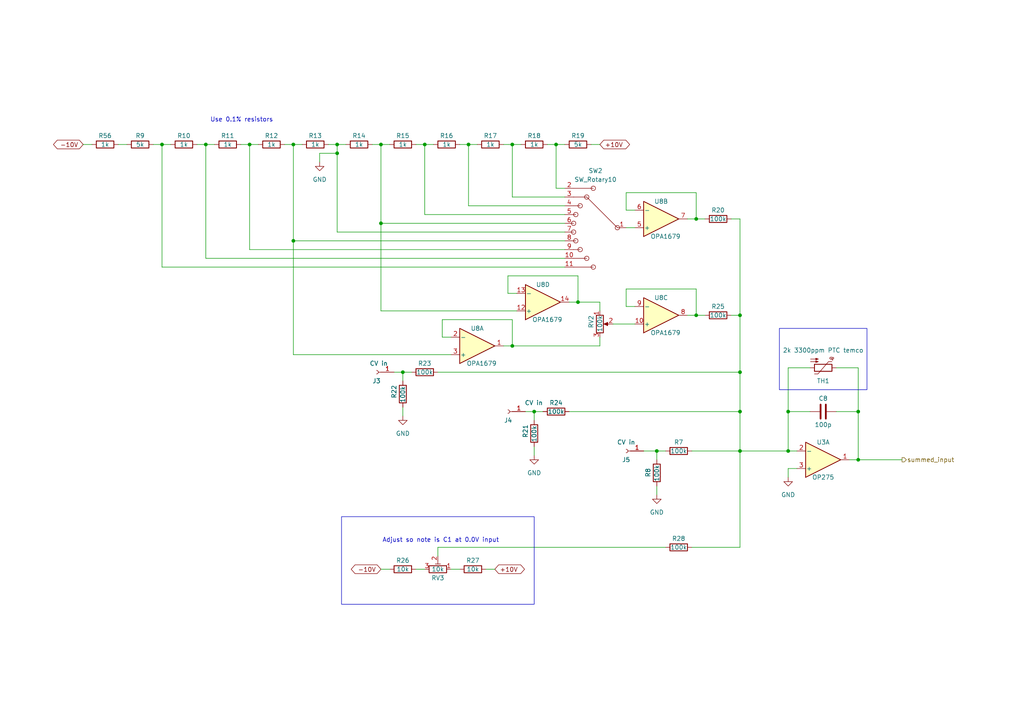
<source format=kicad_sch>
(kicad_sch (version 20230121) (generator eeschema)
  (paper "A4")
  (lib_symbols
    (symbol "Amplifier_Operational:OP275" (pin_names (offset 0.127))
      (property "Reference" "U" (at 0 5.08 0))
      (property "Value" "OP275" (at 0 -5.08 0))
      (symbol "OP275_1_1"
        (polyline (pts (xy -5.08 5.08) (xy 5.08 0) (xy -5.08 -5.08) (xy -5.08 5.08)) (stroke (width 0.254)) (fill (type background)))
        (pin output line (at 7.62 0 180) (length 2.54) (name "~") (number "1"))
        (pin input line (at -7.62 -2.54 0) (length 2.54) (name "-") (number "2"))
        (pin input line (at -7.62 2.54 0) (length 2.54) (name "+") (number "3"))
      )
      (symbol "OP275_2_1"
        (polyline (pts (xy -5.08 5.08) (xy 5.08 0) (xy -5.08 -5.08) (xy -5.08 5.08)) (stroke (width 0.254)) (fill (type background)))
        (pin input line (at -7.62 2.54 0) (length 2.54) (name "+") (number "5"))
        (pin input line (at -7.62 -2.54 0) (length 2.54) (name "-") (number "6"))
        (pin output line (at 7.62 0 180) (length 2.54) (name "~") (number "7"))
      )
      (symbol "OP275_3_1"
        (pin power_in line (at -2.54 -7.62 90) (length 3.81) (name "V-") (number "4"))
        (pin power_in line (at -2.54 7.62 270) (length 3.81) (name "V+") (number "8"))
      )
    )
    (symbol "Amplifier_Operational:OPA1679" (pin_names (offset 0.127))
      (property "Reference" "U" (at 0 5.08 0))
      (property "Value" "OPA1679" (at 0 -5.08 0))
      (symbol "OPA1679_1_1"
        (polyline (pts (xy -5.08 5.08) (xy 5.08 0) (xy -5.08 -5.08) (xy -5.08 5.08)) (stroke (width 0.254)) (fill (type background)))
        (pin output line (at 7.62 0 180) (length 2.54) (name "~") (number "1"))
        (pin input line (at -7.62 -2.54 0) (length 2.54) (name "-") (number "2"))
        (pin input line (at -7.62 2.54 0) (length 2.54) (name "+") (number "3"))
      )
      (symbol "OPA1679_2_1"
        (polyline (pts (xy -5.08 5.08) (xy 5.08 0) (xy -5.08 -5.08) (xy -5.08 5.08)) (stroke (width 0.254)) (fill (type background)))
        (pin input line (at -7.62 2.54 0) (length 2.54) (name "+") (number "5"))
        (pin input line (at -7.62 -2.54 0) (length 2.54) (name "-") (number "6"))
        (pin output line (at 7.62 0 180) (length 2.54) (name "~") (number "7"))
      )
      (symbol "OPA1679_3_1"
        (polyline (pts (xy -5.08 5.08) (xy 5.08 0) (xy -5.08 -5.08) (xy -5.08 5.08)) (stroke (width 0.254)) (fill (type background)))
        (pin input line (at -7.62 2.54 0) (length 2.54) (name "+") (number "10"))
        (pin output line (at 7.62 0 180) (length 2.54) (name "~") (number "8"))
        (pin input line (at -7.62 -2.54 0) (length 2.54) (name "-") (number "9"))
      )
      (symbol "OPA1679_4_1"
        (polyline (pts (xy -5.08 5.08) (xy 5.08 0) (xy -5.08 -5.08) (xy -5.08 5.08)) (stroke (width 0.254)) (fill (type background)))
        (pin input line (at -7.62 2.54 0) (length 2.54) (name "+") (number "12"))
        (pin input line (at -7.62 -2.54 0) (length 2.54) (name "-") (number "13"))
        (pin output line (at 7.62 0 180) (length 2.54) (name "~") (number "14"))
      )
      (symbol "OPA1679_5_1"
        (pin power_in line (at -2.54 -7.62 90) (length 3.81) (name "V-") (number "11"))
        (pin power_in line (at -2.54 7.62 270) (length 3.81) (name "V+") (number "4"))
      )
    )
    (symbol "Connector:Conn_01x01_Socket" (pin_names (offset 1.016) hide)
      (property "Reference" "J" (at 0 2.54 0))
      (property "Value" "Conn_01x01_Socket" (at 0 -2.54 0))
      (symbol "Conn_01x01_Socket_1_1"
        (polyline (pts (xy -1.27 0) (xy -0.508 0)) (stroke (width 0.1524)))
        (arc (start 0 0.508) (mid -0.5058 0) (end 0 -0.508) (stroke (width 0.1524)))
        (pin passive line (at -5.08 0 0) (length 3.81) (name "Pin_1") (number "1"))
      )
    )
    (symbol "Device:C" (pin_numbers hide) (pin_names (offset 0.254))
      (property "Reference" "C" (at 0.635 2.54 0))
      (property "Value" "C" (at 0.635 -2.54 0))
      (symbol "C_0_1"
        (polyline (pts (xy -2.032 -0.762) (xy 2.032 -0.762)) (stroke (width 0.508)))
        (polyline (pts (xy -2.032 0.762) (xy 2.032 0.762)) (stroke (width 0.508)))
      )
      (symbol "C_1_1"
        (pin passive line (at 0 3.81 270) (length 2.794) (name "~") (number "1"))
        (pin passive line (at 0 -3.81 90) (length 2.794) (name "~") (number "2"))
      )
    )
    (symbol "Device:R" (pin_numbers hide) (pin_names (offset 0))
      (property "Reference" "R" (at 2.032 0 90))
      (property "Value" "R" (at 0 0 90))
      (symbol "R_0_1"
        (rectangle (start -1.016 -2.54) (end 1.016 2.54) (stroke (width 0.254)))
      )
      (symbol "R_1_1"
        (pin passive line (at 0 3.81 270) (length 1.27) (name "~") (number "1"))
        (pin passive line (at 0 -3.81 90) (length 1.27) (name "~") (number "2"))
      )
    )
    (symbol "Device:R_Potentiometer" (pin_names (offset 1.016) hide)
      (property "Reference" "RV" (at -4.445 0 90))
      (property "Value" "R_Potentiometer" (at -2.54 0 90))
      (symbol "R_Potentiometer_0_1"
        (polyline (pts (xy 2.54 0) (xy 1.524 0)))
        (polyline (pts (xy 1.143 0) (xy 2.286 0.508) (xy 2.286 -0.508) (xy 1.143 0)) (fill (type outline)))
        (rectangle (start 1.016 2.54) (end -1.016 -2.54) (stroke (width 0.254)))
      )
      (symbol "R_Potentiometer_1_1"
        (pin passive line (at 0 3.81 270) (length 1.27) (name "1") (number "1"))
        (pin passive line (at 3.81 0 180) (length 1.27) (name "2") (number "2"))
        (pin passive line (at 0 -3.81 90) (length 1.27) (name "3") (number "3"))
      )
    )
    (symbol "Device:R_Potentiometer_Trim" (pin_names (offset 1.016) hide)
      (property "Reference" "RV" (at -4.445 0 90))
      (property "Value" "R_Potentiometer_Trim" (at -2.54 0 90))
      (symbol "R_Potentiometer_Trim_0_1"
        (polyline (pts (xy 1.524 0.762) (xy 1.524 -0.762)))
        (polyline (pts (xy 2.54 0) (xy 1.524 0)))
        (rectangle (start 1.016 2.54) (end -1.016 -2.54) (stroke (width 0.254)))
      )
      (symbol "R_Potentiometer_Trim_1_1"
        (pin passive line (at 0 3.81 270) (length 1.27) (name "1") (number "1"))
        (pin passive line (at 3.81 0 180) (length 1.27) (name "2") (number "2"))
        (pin passive line (at 0 -3.81 90) (length 1.27) (name "3") (number "3"))
      )
    )
    (symbol "Device:Thermistor_PTC" (pin_numbers hide) (pin_names (offset 0))
      (property "Reference" "TH" (at -4.064 0 90))
      (property "Value" "Thermistor_PTC" (at 3.048 0 90))
      (symbol "Thermistor_PTC_0_1"
        (arc (start -3.048 2.159) (mid -3.0495 2.3143) (end -3.175 2.413))
        (arc (start -3.048 2.159) (mid -2.9736 1.9794) (end -2.794 1.905))
        (arc (start -3.048 2.794) (mid -2.9736 2.6144) (end -2.794 2.54))
        (arc (start -2.794 1.905) (mid -2.6144 1.9794) (end -2.54 2.159))
        (arc (start -2.794 2.54) (mid -2.4393 2.5587) (end -2.159 2.794))
        (arc (start -2.794 3.048) (mid -2.9736 2.9736) (end -3.048 2.794))
        (arc (start -2.54 2.794) (mid -2.6144 2.9736) (end -2.794 3.048))
        (rectangle (start -1.016 2.54) (end 1.016 -2.54) (stroke (width 0.254)))
        (polyline (pts (xy -2.54 2.159) (xy -2.54 2.794)))
        (polyline (pts (xy -1.778 2.54) (xy -1.778 1.524) (xy 1.778 -1.524) (xy 1.778 -2.54)))
        (polyline (pts (xy -2.54 -3.683) (xy -2.54 -1.397) (xy -2.794 -2.159) (xy -2.286 -2.159) (xy -2.54 -1.397) (xy -2.54 -1.651)) (fill (type outline)))
        (polyline (pts (xy -1.778 -3.683) (xy -1.778 -1.397) (xy -2.032 -2.159) (xy -1.524 -2.159) (xy -1.778 -1.397) (xy -1.778 -1.651)) (fill (type outline)))
      )
      (symbol "Thermistor_PTC_1_1"
        (pin passive line (at 0 3.81 270) (length 1.27) (name "~") (number "1"))
        (pin passive line (at 0 -3.81 90) (length 1.27) (name "~") (number "2"))
      )
    )
    (symbol "mine:SW_Rotary10"
      (property "Reference" "SW" (at 0.635 3.81 0))
      (property "Value" "SW_Rotary10" (at 1.27 -2.54 0))
      (symbol "SW_Rotary10_0_1"
        (polyline (pts (xy 1.27 0) (xy 10.16 8.89)))
        (polyline (pts (xy 13.97 -11.43) (xy 8.255 -11.43)))
        (polyline (pts (xy 13.97 -8.89) (xy 10.16 -8.89)))
        (polyline (pts (xy 13.97 -6.35) (xy 12.065 -6.35)))
        (polyline (pts (xy 13.97 -3.81) (xy 13.335 -3.81)))
        (polyline (pts (xy 13.97 3.81) (xy 13.335 3.81)))
        (polyline (pts (xy 13.97 6.35) (xy 12.065 6.35)))
        (polyline (pts (xy 13.97 8.89) (xy 10.16 8.89)))
        (polyline (pts (xy 13.97 11.43) (xy 8.255 11.43)))
        (circle (center 1.27 0) (radius 0.635))
        (circle (center 8.255 -11.43) (radius 0.635))
        (circle (center 8.255 11.43) (radius 0.635))
        (circle (center 10.16 -8.89) (radius 0.635))
        (circle (center 10.16 8.89) (radius 0.635))
        (circle (center 12.065 -6.35) (radius 0.635))
        (circle (center 12.065 6.35) (radius 0.635))
        (circle (center 13.335 -3.81) (radius 0.635))
        (circle (center 13.335 3.81) (radius 0.635))
        (circle (center 13.97 -1.27) (radius 0.635))
        (circle (center 13.97 1.27) (radius 0.635))
      )
      (symbol "SW_Rotary10_1_1"
        (pin passive line (at -1.27 0 0) (length 2.54) (name "") (number "1"))
        (pin passive line (at 16.51 -8.89 180) (length 2.54) (name "") (number "10"))
        (pin passive line (at 16.51 -11.43 180) (length 2.54) (name "") (number "11"))
        (pin passive line (at 16.51 11.43 180) (length 2.54) (name "") (number "2"))
        (pin passive line (at 16.51 8.89 180) (length 2.54) (name "") (number "3"))
        (pin passive line (at 16.51 6.35 180) (length 2.54) (name "") (number "4"))
        (pin passive line (at 16.51 3.81 180) (length 2.54) (name "") (number "5"))
        (pin passive line (at 16.51 1.27 180) (length 2.54) (name "") (number "6"))
        (pin passive line (at 16.51 -1.27 180) (length 2.54) (name "") (number "7"))
        (pin passive line (at 16.51 -3.81 180) (length 2.54) (name "") (number "8"))
        (pin passive line (at 16.51 -6.35 180) (length 2.54) (name "") (number "9"))
      )
    )
    (symbol "power:GND" (power) (pin_names (offset 0))
      (property "Value" "GND" (at 0 -3.81 0))
      (symbol "GND_0_1"
        (polyline (pts (xy 0 0) (xy 0 -1.27) (xy 1.27 -1.27) (xy 0 -2.54) (xy -1.27 -1.27) (xy 0 -1.27)))
      )
      (symbol "GND_1_1"
        (pin power_in line (at 0 0 270) (length 0) hide (name "GND") (number "1"))
      )
    )
  )
  (junction (at 167.64 87.63))
  (junction (at 148.59 41.91))
  (junction (at 110.49 41.91))
  (junction (at 72.39 41.91))
  (junction (at 201.93 63.5))
  (junction (at 214.63 130.81))
  (junction (at 248.92 133.35))
  (junction (at 148.59 100.33))
  (junction (at 214.63 119.38))
  (junction (at 85.09 69.85))
  (junction (at 110.49 64.77))
  (junction (at 116.84 107.95))
  (junction (at 46.99 41.91))
  (junction (at 154.94 119.38))
  (junction (at 190.5 130.81))
  (junction (at 214.63 107.95))
  (junction (at 161.29 41.91))
  (junction (at 97.79 41.91))
  (junction (at 228.6 130.81))
  (junction (at 123.19 41.91))
  (junction (at 214.63 91.44))
  (junction (at 201.93 91.44))
  (junction (at 59.69 41.91))
  (junction (at 97.79 44.45))
  (junction (at 85.09 41.91))
  (junction (at 228.6 119.38))
  (junction (at 248.92 119.38))
  (junction (at 135.89 41.91))
  (wire (pts (xy 200.66 130.81) (xy 214.63 130.81)))
  (wire (pts (xy 167.64 80.01) (xy 167.64 87.63)))
  (wire (pts (xy 154.94 129.54) (xy 154.94 132.08)))
  (wire (pts (xy 163.83 74.93) (xy 59.69 74.93)))
  (wire (pts (xy 199.39 91.44) (xy 201.93 91.44)))
  (wire (pts (xy 69.85 41.91) (xy 72.39 41.91)))
  (wire (pts (xy 147.32 85.09) (xy 147.32 80.01)))
  (wire (pts (xy 248.92 119.38) (xy 242.57 119.38)))
  (wire (pts (xy 127 158.75) (xy 193.04 158.75)))
  (wire (pts (xy 82.55 41.91) (xy 85.09 41.91)))
  (wire (pts (xy 200.66 158.75) (xy 214.63 158.75)))
  (wire (pts (xy 97.79 41.91) (xy 100.33 41.91)))
  (wire (pts (xy 127 161.29) (xy 127 158.75)))
  (wire (pts (xy 85.09 102.87) (xy 85.09 69.85)))
  (wire (pts (xy 181.61 66.04) (xy 184.15 66.04)))
  (wire (pts (xy 173.99 90.17) (xy 173.99 87.63)))
  (wire (pts (xy 231.14 135.89) (xy 228.6 135.89)))
  (wire (pts (xy 57.15 41.91) (xy 59.69 41.91)))
  (wire (pts (xy 44.45 41.91) (xy 46.99 41.91)))
  (wire (pts (xy 128.27 97.79) (xy 130.81 97.79)))
  (wire (pts (xy 190.5 130.81) (xy 190.5 133.35)))
  (wire (pts (xy 110.49 165.1) (xy 113.03 165.1)))
  (wire (pts (xy 120.65 41.91) (xy 123.19 41.91)))
  (wire (pts (xy 116.84 118.11) (xy 116.84 120.65)))
  (wire (pts (xy 140.97 165.1) (xy 143.51 165.1)))
  (wire (pts (xy 186.69 130.81) (xy 190.5 130.81)))
  (wire (pts (xy 214.63 63.5) (xy 214.63 91.44)))
  (wire (pts (xy 85.09 102.87) (xy 130.81 102.87)))
  (wire (pts (xy 201.93 55.88) (xy 181.61 55.88)))
  (wire (pts (xy 167.64 87.63) (xy 173.99 87.63)))
  (wire (pts (xy 130.81 165.1) (xy 133.35 165.1)))
  (wire (pts (xy 92.71 44.45) (xy 92.71 46.99)))
  (wire (pts (xy 97.79 41.91) (xy 97.79 44.45)))
  (wire (pts (xy 123.19 62.23) (xy 163.83 62.23)))
  (wire (pts (xy 116.84 107.95) (xy 116.84 110.49)))
  (wire (pts (xy 201.93 91.44) (xy 201.93 83.82)))
  (wire (pts (xy 201.93 63.5) (xy 201.93 55.88)))
  (wire (pts (xy 146.05 100.33) (xy 148.59 100.33)))
  (wire (pts (xy 158.75 41.91) (xy 161.29 41.91)))
  (wire (pts (xy 163.83 57.15) (xy 148.59 57.15)))
  (wire (pts (xy 34.29 41.91) (xy 36.83 41.91)))
  (wire (pts (xy 228.6 130.81) (xy 231.14 130.81)))
  (wire (pts (xy 248.92 133.35) (xy 261.62 133.35)))
  (wire (pts (xy 165.1 119.38) (xy 214.63 119.38)))
  (wire (pts (xy 148.59 41.91) (xy 151.13 41.91)))
  (wire (pts (xy 123.19 41.91) (xy 125.73 41.91)))
  (wire (pts (xy 147.32 80.01) (xy 167.64 80.01)))
  (wire (pts (xy 214.63 91.44) (xy 214.63 107.95)))
  (wire (pts (xy 201.93 63.5) (xy 204.47 63.5)))
  (wire (pts (xy 173.99 97.79) (xy 173.99 100.33)))
  (wire (pts (xy 46.99 41.91) (xy 46.99 77.47)))
  (wire (pts (xy 123.19 41.91) (xy 123.19 62.23)))
  (wire (pts (xy 181.61 55.88) (xy 181.61 60.96)))
  (wire (pts (xy 110.49 64.77) (xy 163.83 64.77)))
  (wire (pts (xy 242.57 106.68) (xy 248.92 106.68)))
  (wire (pts (xy 97.79 44.45) (xy 97.79 67.31)))
  (wire (pts (xy 248.92 133.35) (xy 248.92 119.38)))
  (wire (pts (xy 201.93 91.44) (xy 204.47 91.44)))
  (wire (pts (xy 214.63 119.38) (xy 214.63 130.81)))
  (wire (pts (xy 85.09 41.91) (xy 87.63 41.91)))
  (wire (pts (xy 181.61 83.82) (xy 181.61 88.9)))
  (wire (pts (xy 228.6 106.68) (xy 228.6 119.38)))
  (wire (pts (xy 228.6 135.89) (xy 228.6 138.43)))
  (wire (pts (xy 127 107.95) (xy 214.63 107.95)))
  (wire (pts (xy 95.25 41.91) (xy 97.79 41.91)))
  (wire (pts (xy 110.49 90.17) (xy 149.86 90.17)))
  (wire (pts (xy 152.4 119.38) (xy 154.94 119.38)))
  (wire (pts (xy 59.69 41.91) (xy 62.23 41.91)))
  (wire (pts (xy 234.95 106.68) (xy 228.6 106.68)))
  (wire (pts (xy 148.59 41.91) (xy 148.59 57.15)))
  (wire (pts (xy 154.94 119.38) (xy 154.94 121.92)))
  (wire (pts (xy 214.63 130.81) (xy 228.6 130.81)))
  (wire (pts (xy 110.49 41.91) (xy 110.49 64.77)))
  (wire (pts (xy 149.86 85.09) (xy 147.32 85.09)))
  (wire (pts (xy 228.6 119.38) (xy 234.95 119.38)))
  (wire (pts (xy 228.6 119.38) (xy 228.6 130.81)))
  (wire (pts (xy 146.05 41.91) (xy 148.59 41.91)))
  (wire (pts (xy 119.38 107.95) (xy 116.84 107.95)))
  (wire (pts (xy 135.89 41.91) (xy 138.43 41.91)))
  (wire (pts (xy 157.48 119.38) (xy 154.94 119.38)))
  (wire (pts (xy 135.89 41.91) (xy 135.89 59.69)))
  (wire (pts (xy 248.92 106.68) (xy 248.92 119.38)))
  (wire (pts (xy 114.3 107.95) (xy 116.84 107.95)))
  (wire (pts (xy 171.45 41.91) (xy 173.99 41.91)))
  (wire (pts (xy 177.8 93.98) (xy 184.15 93.98)))
  (wire (pts (xy 72.39 41.91) (xy 72.39 72.39)))
  (wire (pts (xy 148.59 100.33) (xy 148.59 92.71)))
  (wire (pts (xy 97.79 67.31) (xy 163.83 67.31)))
  (wire (pts (xy 24.13 41.91) (xy 26.67 41.91)))
  (wire (pts (xy 92.71 44.45) (xy 97.79 44.45)))
  (wire (pts (xy 201.93 83.82) (xy 181.61 83.82)))
  (wire (pts (xy 85.09 69.85) (xy 163.83 69.85)))
  (wire (pts (xy 190.5 140.97) (xy 190.5 143.51)))
  (wire (pts (xy 163.83 59.69) (xy 135.89 59.69)))
  (wire (pts (xy 214.63 107.95) (xy 214.63 119.38)))
  (wire (pts (xy 199.39 63.5) (xy 201.93 63.5)))
  (wire (pts (xy 161.29 54.61) (xy 163.83 54.61)))
  (wire (pts (xy 212.09 63.5) (xy 214.63 63.5)))
  (wire (pts (xy 148.59 92.71) (xy 128.27 92.71)))
  (wire (pts (xy 46.99 77.47) (xy 163.83 77.47)))
  (wire (pts (xy 212.09 91.44) (xy 214.63 91.44)))
  (wire (pts (xy 128.27 92.71) (xy 128.27 97.79)))
  (wire (pts (xy 246.38 133.35) (xy 248.92 133.35)))
  (wire (pts (xy 72.39 72.39) (xy 163.83 72.39)))
  (wire (pts (xy 181.61 60.96) (xy 184.15 60.96)))
  (wire (pts (xy 72.39 41.91) (xy 74.93 41.91)))
  (wire (pts (xy 107.95 41.91) (xy 110.49 41.91)))
  (wire (pts (xy 59.69 41.91) (xy 59.69 74.93)))
  (wire (pts (xy 165.1 87.63) (xy 167.64 87.63)))
  (wire (pts (xy 161.29 41.91) (xy 163.83 41.91)))
  (wire (pts (xy 193.04 130.81) (xy 190.5 130.81)))
  (wire (pts (xy 148.59 100.33) (xy 173.99 100.33)))
  (wire (pts (xy 85.09 41.91) (xy 85.09 69.85)))
  (wire (pts (xy 181.61 88.9) (xy 184.15 88.9)))
  (wire (pts (xy 110.49 41.91) (xy 113.03 41.91)))
  (wire (pts (xy 133.35 41.91) (xy 135.89 41.91)))
  (wire (pts (xy 161.29 41.91) (xy 161.29 54.61)))
  (wire (pts (xy 110.49 90.17) (xy 110.49 64.77)))
  (wire (pts (xy 120.65 165.1) (xy 123.19 165.1)))
  (wire (pts (xy 46.99 41.91) (xy 49.53 41.91)))
  (wire (pts (xy 214.63 130.81) (xy 214.63 158.75)))
  (rectangle (start 226.06 95.25) (end 251.46 113.03))
  (rectangle (start 99.06 149.86) (end 154.94 175.26))
  (text "Use 0.1% resistors" (at 60.96 35.56 0) (effects (font (size 1.27 1.27)) (justify left bottom)))
  (text "Adjust so note is C1 at 0.0V input" (at 144.78 157.48 0) (effects (font (size 1.27 1.27)) (justify right bottom)))
  (global_label "-10V" (shape bidirectional) (at 24.13 41.91 180) (property "Intersheetrefs" "${INTERSHEET_REFS}" (effects hide)))
  (global_label "+10V" (shape bidirectional) (at 143.51 165.1 0) (property "Intersheetrefs" "${INTERSHEET_REFS}" (effects hide)))
  (global_label "+10V" (shape bidirectional) (at 173.99 41.91 0) (property "Intersheetrefs" "${INTERSHEET_REFS}" (effects hide)))
  (global_label "-10V" (shape bidirectional) (at 110.49 165.1 180) (property "Intersheetrefs" "${INTERSHEET_REFS}" (effects hide)))
  (hierarchical_label "summed_input" (shape output) (at 261.62 133.35 0))
  (symbol (lib_id "Device:R") (at 66.04 41.91 90) (unit 1)
    (property "Reference" "R11" (at 66.04 39.37 90))
    (property "Value" "1k" (at 66.04 41.91 90))
    (property "Footprint" "Resistor_SMD:R_0805_2012Metric_Pad1.20x1.40mm_HandSolder" (effects hide))
  )
  (symbol (lib_id "Device:R") (at 123.19 107.95 90) (unit 1)
    (property "Reference" "R23" (at 123.19 105.41 90))
    (property "Value" "100k" (at 123.19 107.95 90))
    (property "Footprint" "Resistor_SMD:R_0805_2012Metric_Pad1.20x1.40mm_HandSolder" (effects hide))
  )
  (symbol (lib_id "Device:R") (at 161.29 119.38 90) (unit 1)
    (property "Reference" "R24" (at 161.29 116.84 90))
    (property "Value" "100k" (at 161.29 119.38 90))
    (property "Footprint" "Resistor_SMD:R_0805_2012Metric_Pad1.20x1.40mm_HandSolder" (effects hide))
  )
  (symbol (lib_id "Device:R") (at 208.28 91.44 90) (unit 1)
    (property "Reference" "R25" (at 208.28 88.9 90))
    (property "Value" "100k" (at 208.28 91.44 90))
    (property "Footprint" "Resistor_SMD:R_0805_2012Metric_Pad1.20x1.40mm_HandSolder" (effects hide))
  )
  (symbol (lib_id "Device:Thermistor_PTC") (at 238.76 106.68 270) (unit 1)
    (property "Reference" "TH1" (at 238.76 110.49 90))
    (property "Value" "2k 3300ppm PTC temco" (at 238.76 101.6 90))
    (property "Footprint" "Resistor_THT:R_Axial_DIN0207_L6.3mm_D2.5mm_P7.62mm_Horizontal" (effects hide))
  )
  (symbol (lib_id "Device:R") (at 78.74 41.91 90) (unit 1)
    (property "Reference" "R12" (at 78.74 39.37 90))
    (property "Value" "1k" (at 78.74 41.91 90))
    (property "Footprint" "Resistor_SMD:R_0805_2012Metric_Pad1.20x1.40mm_HandSolder" (effects hide))
  )
  (symbol (lib_id "Device:R") (at 154.94 125.73 0) (unit 1)
    (property "Reference" "R21" (at 152.4 127 90) (effects (justify left)))
    (property "Value" "100k" (at 154.94 128.27 90) (effects (justify left)))
    (property "Footprint" "Resistor_SMD:R_0805_2012Metric_Pad1.20x1.40mm_HandSolder" (effects hide))
  )
  (symbol (lib_id "Connector:Conn_01x01_Socket") (at 181.61 130.81 0) (mirror y) (unit 1)
    (property "Reference" "J5" (at 181.61 133.35 0))
    (property "Value" "CV in" (at 181.61 128.27 0))
    (property "Footprint" "Mine:Connector_1x1_1.5mm" (effects hide))
  )
  (symbol (lib_id "Device:R") (at 40.64 41.91 90) (unit 1)
    (property "Reference" "R9" (at 40.64 39.37 90))
    (property "Value" "5k" (at 40.64 41.91 90))
    (property "Footprint" "Resistor_SMD:R_0805_2012Metric_Pad1.20x1.40mm_HandSolder" (effects hide))
  )
  (symbol (lib_id "Device:R") (at 129.54 41.91 90) (unit 1)
    (property "Reference" "R16" (at 129.54 39.37 90))
    (property "Value" "1k" (at 129.54 41.91 90))
    (property "Footprint" "Resistor_SMD:R_0805_2012Metric_Pad1.20x1.40mm_HandSolder" (effects hide))
  )
  (symbol (lib_id "Device:C") (at 238.76 119.38 90) (unit 1)
    (property "Reference" "C8" (at 238.76 115.57 90))
    (property "Value" "100p" (at 238.76 123.19 90))
    (property "Footprint" "Capacitor_SMD:C_0805_2012Metric_Pad1.18x1.45mm_HandSolder" (effects hide))
  )
  (symbol (lib_id "Device:R") (at 196.85 158.75 90) (unit 1)
    (property "Reference" "R28" (at 196.85 156.21 90))
    (property "Value" "100k" (at 196.85 158.75 90))
    (property "Footprint" "Resistor_SMD:R_0805_2012Metric_Pad1.20x1.40mm_HandSolder" (effects hide))
  )
  (symbol (lib_id "power:GND") (at 190.5 143.51 0) (unit 1)
    (property "Reference" "#PWR012" (effects hide))
    (property "Value" "GND" (at 190.5 148.59 0))
  )
  (symbol (lib_id "power:GND") (at 92.71 46.99 0) (unit 1)
    (property "Reference" "#PWR013" (effects hide))
    (property "Value" "GND" (at 92.71 52.07 0))
  )
  (symbol (lib_id "Amplifier_Operational:OPA1679") (at 157.48 87.63 0) (mirror x) (unit 4)
    (property "Reference" "U8" (at 157.48 82.55 0))
    (property "Value" "OPA1679" (at 158.75 92.71 0))
    (property "Footprint" "Package_SO:SOIC-14_3.9x8.7mm_P1.27mm" (effects hide))
    (property "Datasheet" "http://www.ti.com/lit/ds/symlink/opa1678.pdf" (effects hide))
  )
  (symbol (lib_id "power:GND") (at 154.94 132.08 0) (unit 1)
    (property "Reference" "#PWR015" (effects hide))
    (property "Value" "GND" (at 154.94 137.16 0))
  )
  (symbol (lib_id "Device:R") (at 167.64 41.91 90) (unit 1)
    (property "Reference" "R19" (at 167.64 39.37 90))
    (property "Value" "5k" (at 167.64 41.91 90))
    (property "Footprint" "Resistor_SMD:R_0805_2012Metric_Pad1.20x1.40mm_HandSolder" (effects hide))
  )
  (symbol (lib_id "Device:R") (at 154.94 41.91 90) (unit 1)
    (property "Reference" "R18" (at 154.94 39.37 90))
    (property "Value" "1k" (at 154.94 41.91 90))
    (property "Footprint" "Resistor_SMD:R_0805_2012Metric_Pad1.20x1.40mm_HandSolder" (effects hide))
  )
  (symbol (lib_id "power:GND") (at 116.84 120.65 0) (unit 1)
    (property "Reference" "#PWR014" (effects hide))
    (property "Value" "GND" (at 116.84 125.73 0))
  )
  (symbol (lib_id "power:GND") (at 228.6 138.43 0) (unit 1)
    (property "Reference" "#PWR011" (effects hide))
    (property "Value" "GND" (at 228.6 143.51 0))
  )
  (symbol (lib_id "Device:R_Potentiometer") (at 173.99 93.98 0) (unit 1)
    (property "Reference" "RV2" (at 171.45 91.44 90) (effects (justify right)))
    (property "Value" "100k" (at 173.99 91.44 90) (effects (justify right)))
    (property "Footprint" "Mine:Connector_3x1_1.5mm" (effects hide))
  )
  (symbol (lib_id "Device:R") (at 116.84 165.1 90) (unit 1)
    (property "Reference" "R26" (at 116.84 162.56 90))
    (property "Value" "10k" (at 116.84 165.1 90))
    (property "Footprint" "Resistor_SMD:R_0805_2012Metric_Pad1.20x1.40mm_HandSolder" (effects hide))
  )
  (symbol (lib_id "Device:R") (at 91.44 41.91 90) (unit 1)
    (property "Reference" "R13" (at 91.44 39.37 90))
    (property "Value" "1k" (at 91.44 41.91 90))
    (property "Footprint" "Resistor_SMD:R_0805_2012Metric_Pad1.20x1.40mm_HandSolder" (effects hide))
  )
  (symbol (lib_id "Device:R") (at 116.84 114.3 0) (unit 1)
    (property "Reference" "R22" (at 114.3 115.57 90) (effects (justify left)))
    (property "Value" "100k" (at 116.84 116.84 90) (effects (justify left)))
    (property "Footprint" "Resistor_SMD:R_0805_2012Metric_Pad1.20x1.40mm_HandSolder" (effects hide))
  )
  (symbol (lib_id "Device:R") (at 53.34 41.91 90) (unit 1)
    (property "Reference" "R10" (at 53.34 39.37 90))
    (property "Value" "1k" (at 53.34 41.91 90))
    (property "Footprint" "Resistor_SMD:R_0805_2012Metric_Pad1.20x1.40mm_HandSolder" (effects hide))
  )
  (symbol (lib_id "Device:R") (at 104.14 41.91 90) (unit 1)
    (property "Reference" "R14" (at 104.14 39.37 90))
    (property "Value" "1k" (at 104.14 41.91 90))
    (property "Footprint" "Resistor_SMD:R_0805_2012Metric_Pad1.20x1.40mm_HandSolder" (effects hide))
  )
  (symbol (lib_id "Amplifier_Operational:OPA1679") (at 191.77 91.44 0) (mirror x) (unit 3)
    (property "Reference" "U8" (at 191.77 86.36 0))
    (property "Value" "OPA1679" (at 193.04 96.52 0))
    (property "Footprint" "Package_SO:SOIC-14_3.9x8.7mm_P1.27mm" (effects hide))
    (property "Datasheet" "http://www.ti.com/lit/ds/symlink/opa1678.pdf" (effects hide))
  )
  (symbol (lib_id "mine:SW_Rotary10") (at 180.34 66.04 0) (mirror y) (unit 1)
    (property "Reference" "SW2" (at 172.72 49.53 0))
    (property "Value" "SW_Rotary10" (at 172.72 52.07 0))
    (property "Footprint" "Mine:Connector_Octave_Switch_10_pos_1.5mm" (effects hide))
  )
  (symbol (lib_id "Device:R") (at 137.16 165.1 90) (unit 1)
    (property "Reference" "R27" (at 137.16 162.56 90))
    (property "Value" "10k" (at 137.16 165.1 90))
    (property "Footprint" "Resistor_SMD:R_0805_2012Metric_Pad1.20x1.40mm_HandSolder" (effects hide))
  )
  (symbol (lib_id "Amplifier_Operational:OPA1679") (at 191.77 63.5 0) (mirror x) (unit 2)
    (property "Reference" "U8" (at 191.77 58.42 0))
    (property "Value" "OPA1679" (at 193.04 68.58 0))
    (property "Footprint" "Package_SO:SOIC-14_3.9x8.7mm_P1.27mm" (effects hide))
    (property "Datasheet" "http://www.ti.com/lit/ds/symlink/opa1678.pdf" (effects hide))
  )
  (symbol (lib_id "Device:R") (at 30.48 41.91 90) (unit 1)
    (property "Reference" "R56" (at 30.48 39.37 90))
    (property "Value" "1k" (at 30.48 41.91 90))
    (property "Footprint" "Resistor_SMD:R_0805_2012Metric_Pad1.20x1.40mm_HandSolder" (effects hide))
  )
  (symbol (lib_id "Device:R") (at 142.24 41.91 90) (unit 1)
    (property "Reference" "R17" (at 142.24 39.37 90))
    (property "Value" "1k" (at 142.24 41.91 90))
    (property "Footprint" "Resistor_SMD:R_0805_2012Metric_Pad1.20x1.40mm_HandSolder" (effects hide))
  )
  (symbol (lib_id "Device:R") (at 196.85 130.81 90) (unit 1)
    (property "Reference" "R7" (at 196.85 128.27 90))
    (property "Value" "100k" (at 196.85 130.81 90))
    (property "Footprint" "Resistor_SMD:R_0805_2012Metric_Pad1.20x1.40mm_HandSolder" (effects hide))
  )
  (symbol (lib_id "Device:R_Potentiometer_Trim") (at 127 165.1 270) (mirror x) (unit 1)
    (property "Reference" "RV3" (at 127 167.64 90))
    (property "Value" "10k" (at 127 165.1 90))
    (property "Footprint" "Potentiometer_THT:Potentiometer_Bourns_3296W_Vertical" (effects hide))
  )
  (symbol (lib_id "Connector:Conn_01x01_Socket") (at 109.22 107.95 0) (mirror y) (unit 1)
    (property "Reference" "J3" (at 109.22 110.49 0))
    (property "Value" "CV in" (at 109.855 105.41 0))
    (property "Footprint" "Mine:Connector_1x1_1.5mm" (effects hide))
  )
  (symbol (lib_id "Amplifier_Operational:OP275") (at 238.76 133.35 0) (mirror x) (unit 1)
    (property "Reference" "U3" (at 238.76 128.27 0))
    (property "Value" "OP275" (at 238.76 138.43 0))
    (property "Footprint" "Package_SO:SOIC-8_3.9x4.9mm_P1.27mm" (effects hide))
    (property "Datasheet" "https://www.analog.com/media/en/technical-documentation/data-sheets/OP275.pdf" (effects hide))
  )
  (symbol (lib_id "Connector:Conn_01x01_Socket") (at 147.32 119.38 0) (mirror y) (unit 1)
    (property "Reference" "J4" (at 148.59 121.92 0) (effects (justify left)))
    (property "Value" "CV in" (at 157.48 116.84 0) (effects (justify left)))
    (property "Footprint" "Mine:Connector_1x1_1.5mm" (effects hide))
  )
  (symbol (lib_id "Amplifier_Operational:OPA1679") (at 138.43 100.33 0) (mirror x) (unit 1)
    (property "Reference" "U8" (at 138.43 95.25 0))
    (property "Value" "OPA1679" (at 139.7 105.41 0))
    (property "Footprint" "Package_SO:SOIC-14_3.9x8.7mm_P1.27mm" (effects hide))
    (property "Datasheet" "http://www.ti.com/lit/ds/symlink/opa1678.pdf" (effects hide))
  )
  (symbol (lib_id "Device:R") (at 116.84 41.91 90) (unit 1)
    (property "Reference" "R15" (at 116.84 39.37 90))
    (property "Value" "1k" (at 116.84 41.91 90))
    (property "Footprint" "Resistor_SMD:R_0805_2012Metric_Pad1.20x1.40mm_HandSolder" (effects hide))
  )
  (symbol (lib_id "Device:R") (at 208.28 63.5 90) (unit 1)
    (property "Reference" "R20" (at 208.28 60.96 90))
    (property "Value" "100k" (at 208.28 63.5 90))
    (property "Footprint" "Resistor_SMD:R_0805_2012Metric_Pad1.20x1.40mm_HandSolder" (effects hide))
  )
  (symbol (lib_id "Device:R") (at 190.5 137.16 0) (unit 1)
    (property "Reference" "R8" (at 187.96 138.43 90) (effects (justify left)))
    (property "Value" "100k" (at 190.5 139.7 90) (effects (justify left)))
    (property "Footprint" "Resistor_SMD:R_0805_2012Metric_Pad1.20x1.40mm_HandSolder" (effects hide))
  )
)
</source>
